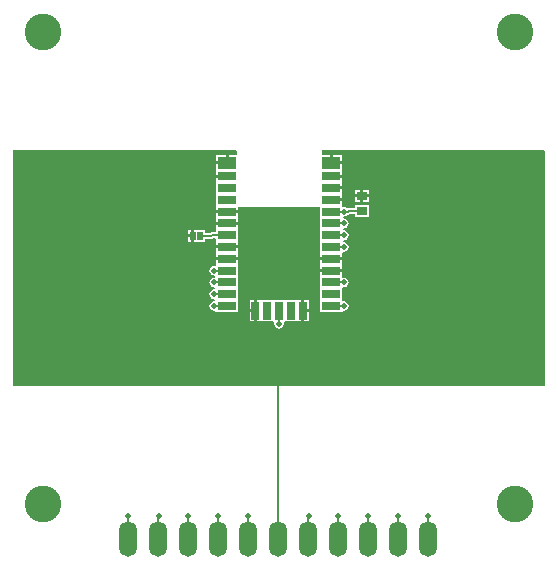
<source format=gtl>
G04 Layer_Physical_Order=1*
G04 Layer_Color=11767835*
%FSLAX25Y25*%
%MOIN*%
G70*
G01*
G75*
%ADD10R,0.01969X0.02953*%
%ADD11O,0.05906X0.11811*%
%ADD12R,0.03543X0.02756*%
%ADD13R,0.05906X0.02756*%
%ADD14R,0.05906X0.03937*%
%ADD15R,0.02756X0.05906*%
%ADD16C,0.00787*%
%ADD17C,0.12205*%
%ADD18C,0.01969*%
G36*
X187008Y137442D02*
Y59055D01*
X10196Y59055D01*
X9843Y59409D01*
Y137795D01*
X83898Y137795D01*
X84252Y137442D01*
Y136221D01*
X81602D01*
Y133661D01*
X81102D01*
Y133161D01*
X77559D01*
Y131102D01*
Y129634D01*
X81102D01*
Y128634D01*
X77559D01*
Y127665D01*
X77559Y127165D01*
X77559Y127165D01*
Y127165D01*
X77559D01*
X77559Y127165D01*
Y123728D01*
X77559Y123228D01*
X77559Y123228D01*
Y123228D01*
X77559D01*
X77559Y123228D01*
Y119791D01*
X77559Y119291D01*
X77559Y119291D01*
Y119291D01*
X77559D01*
X77559Y119291D01*
Y117823D01*
X81102D01*
X84646D01*
Y118898D01*
X112205D01*
Y115354D01*
Y111917D01*
X112205Y111417D01*
Y111417D01*
D01*
X112205Y110917D01*
Y107980D01*
X112205Y107480D01*
Y107480D01*
D01*
X112205Y106980D01*
Y104043D01*
X112205Y103543D01*
Y103543D01*
D01*
X112205Y103043D01*
Y102075D01*
X115748D01*
X119291D01*
Y103043D01*
X119291Y103543D01*
Y103543D01*
Y103588D01*
X119791Y103963D01*
X120079Y103906D01*
X120693Y104028D01*
X121214Y104376D01*
X121562Y104897D01*
X121684Y105512D01*
X121562Y106126D01*
X121214Y106647D01*
X120693Y106995D01*
X120079Y107117D01*
X119691Y107480D01*
X120079Y107843D01*
X120693Y107965D01*
X121214Y108313D01*
X121562Y108834D01*
X121684Y109449D01*
X121562Y110063D01*
X121214Y110584D01*
X120693Y110932D01*
X120079Y111055D01*
X119691Y111417D01*
X120079Y111780D01*
X120693Y111902D01*
X121214Y112250D01*
X121562Y112771D01*
X121684Y113386D01*
X121562Y114000D01*
X121214Y114521D01*
X120693Y114869D01*
X120079Y114991D01*
X119691Y115354D01*
X120079Y115717D01*
X120693Y115839D01*
X121214Y116188D01*
X121309Y116329D01*
X121644Y116396D01*
X121824Y116516D01*
X123622D01*
Y115551D01*
X128347D01*
Y119488D01*
X123622D01*
Y118523D01*
X121457D01*
X121195Y118471D01*
X120693Y118806D01*
X120079Y118929D01*
X119791Y118871D01*
X119659Y118971D01*
X119291Y119291D01*
Y119291D01*
D01*
D01*
X119291Y119291D01*
Y120760D01*
X115748D01*
Y121760D01*
X119291D01*
Y123228D01*
X119291D01*
X119291D01*
Y123228D01*
X119291D01*
X119291Y123228D01*
Y124697D01*
X115748D01*
Y125697D01*
X119291D01*
Y126665D01*
X119291Y127165D01*
X119291Y127165D01*
Y127165D01*
X119291D01*
X119291Y127165D01*
Y128634D01*
X115748D01*
Y129634D01*
X119291D01*
Y131102D01*
Y133161D01*
X115748D01*
Y133661D01*
X115248D01*
Y136221D01*
X112598D01*
Y137795D01*
X112598D01*
X112599Y137795D01*
D01*
X186654Y137795D01*
X187008Y137442D01*
D02*
G37*
%LPC*%
G36*
X119291Y97138D02*
X115748D01*
X112205D01*
Y95669D01*
Y92232D01*
X112205Y91732D01*
Y91732D01*
D01*
X112205Y91232D01*
Y87795D01*
Y83858D01*
X119291D01*
Y83903D01*
X119791Y84278D01*
X120079Y84221D01*
X120693Y84343D01*
X121214Y84691D01*
X121562Y85212D01*
X121684Y85827D01*
X121562Y86441D01*
X121214Y86962D01*
X120693Y87310D01*
X120079Y87432D01*
X119791Y87375D01*
X119291Y87750D01*
Y87795D01*
Y91232D01*
X119291Y91732D01*
Y91732D01*
Y91777D01*
X119791Y92152D01*
X120079Y92095D01*
X120693Y92217D01*
X121214Y92565D01*
X121562Y93086D01*
X121684Y93701D01*
X121562Y94315D01*
X121214Y94836D01*
X120693Y95184D01*
X120079Y95306D01*
X119791Y95249D01*
X119291Y95624D01*
Y95669D01*
Y97138D01*
D02*
G37*
G36*
Y101075D02*
X115748D01*
X112205D01*
Y100106D01*
X112205Y99606D01*
Y99606D01*
D01*
X112205Y99106D01*
Y98138D01*
X115748D01*
X119291D01*
Y99106D01*
X119291Y99606D01*
Y99606D01*
X119291Y100106D01*
Y101075D01*
D02*
G37*
G36*
X84646Y105012D02*
X81102D01*
X77559D01*
Y104043D01*
X77559Y103543D01*
Y103543D01*
D01*
X77559Y103043D01*
Y102075D01*
X81102D01*
X84646D01*
Y103043D01*
X84646Y103543D01*
Y103543D01*
X84646Y104043D01*
Y105012D01*
D02*
G37*
G36*
Y101075D02*
X81102D01*
X77559D01*
Y100106D01*
X77559Y99606D01*
Y99606D01*
D01*
Y99561D01*
X77059Y99186D01*
X76772Y99243D01*
X76157Y99121D01*
X75636Y98773D01*
X75288Y98252D01*
X75166Y97638D01*
X75288Y97023D01*
X75636Y96502D01*
X76157Y96154D01*
X76772Y96032D01*
X77160Y95669D01*
X76772Y95306D01*
X76157Y95184D01*
X75636Y94836D01*
X75288Y94315D01*
X75166Y93701D01*
X75288Y93086D01*
X75636Y92565D01*
X76157Y92217D01*
X76772Y92095D01*
X77160Y91732D01*
X76772Y91369D01*
X76157Y91247D01*
X75636Y90899D01*
X75288Y90378D01*
X75166Y89764D01*
X75288Y89149D01*
X75636Y88628D01*
X76157Y88280D01*
X76772Y88158D01*
X77160Y87795D01*
X76772Y87432D01*
X76157Y87310D01*
X75636Y86962D01*
X75288Y86441D01*
X75166Y85827D01*
X75288Y85212D01*
X75636Y84691D01*
X76157Y84343D01*
X76772Y84221D01*
X77059Y84278D01*
X77559Y83903D01*
Y83858D01*
X84646D01*
Y87795D01*
Y91232D01*
X84646Y91732D01*
Y91732D01*
X84646Y92232D01*
Y95669D01*
Y99106D01*
X84646Y99606D01*
Y99606D01*
X84646Y100106D01*
Y101075D01*
D02*
G37*
G36*
X108268Y83752D02*
X106799D01*
Y80709D01*
X108268D01*
Y83752D01*
D02*
G37*
G36*
X90051D02*
X88583D01*
Y80709D01*
X90051D01*
Y83752D01*
D02*
G37*
G36*
Y87795D02*
X88583D01*
Y84752D01*
X90051D01*
Y87795D01*
D02*
G37*
G36*
X96457Y87795D02*
X96457D01*
X95957Y87795D01*
X93020D01*
X92520Y87795D01*
X92520D01*
D01*
X92020Y87795D01*
X91051D01*
Y84252D01*
Y80709D01*
X92020D01*
X92520Y80709D01*
X92520D01*
X93020Y80709D01*
X95957D01*
X96457Y80709D01*
X96457D01*
D01*
X96502D01*
X96877Y80209D01*
X96820Y79921D01*
X96942Y79307D01*
X97290Y78786D01*
X97811Y78438D01*
X98425Y78316D01*
X99040Y78438D01*
X99561Y78786D01*
X99909Y79307D01*
X100031Y79921D01*
X99974Y80209D01*
X100349Y80709D01*
X100394D01*
X100394D01*
X100894Y80709D01*
X103831D01*
X104331Y80709D01*
X104331D01*
X104831Y80709D01*
X105799D01*
Y84252D01*
Y87795D01*
X104831D01*
X104331Y87795D01*
X104331D01*
D01*
X103831Y87795D01*
X100894D01*
X100394Y87795D01*
X100394D01*
D01*
X99894Y87795D01*
X96957D01*
X96457Y87795D01*
D02*
G37*
G36*
X106799Y87795D02*
Y84752D01*
X108268D01*
Y87795D01*
X106799D01*
D02*
G37*
G36*
X69087Y108752D02*
X68012D01*
Y107185D01*
X69087D01*
Y108752D01*
D02*
G37*
G36*
X128347Y124606D02*
X126484D01*
Y123138D01*
X128347D01*
Y124606D01*
D02*
G37*
G36*
X125484D02*
X123622D01*
Y123138D01*
X125484D01*
Y124606D01*
D02*
G37*
G36*
X80602Y136221D02*
X77559D01*
Y134161D01*
X80602D01*
Y136221D01*
D02*
G37*
G36*
X119291D02*
X116248D01*
Y134161D01*
X119291D01*
Y136221D01*
D02*
G37*
G36*
X128347Y122138D02*
X126484D01*
Y120669D01*
X128347D01*
Y122138D01*
D02*
G37*
G36*
X84646Y112886D02*
X81102D01*
X77559D01*
Y111917D01*
X77559Y111417D01*
Y111417D01*
D01*
X77559Y110952D01*
X77474Y110452D01*
X75984D01*
X75600Y110376D01*
X75420Y110256D01*
X73721D01*
Y111319D01*
X70087D01*
Y109252D01*
Y107185D01*
X73721D01*
Y108248D01*
X75787D01*
X76171Y108325D01*
X76352Y108445D01*
X77205D01*
X77529Y108122D01*
X77559Y107945D01*
X77559Y107480D01*
Y107480D01*
D01*
X77559Y106980D01*
Y106012D01*
X81102D01*
X84646D01*
Y106980D01*
X84646Y107480D01*
Y107480D01*
X84646Y107980D01*
Y110917D01*
X84646Y111417D01*
Y111417D01*
X84646Y111917D01*
Y112886D01*
D02*
G37*
G36*
X69087Y111319D02*
X68012D01*
Y109752D01*
X69087D01*
Y111319D01*
D02*
G37*
G36*
X125484Y122138D02*
X123622D01*
Y120669D01*
X125484D01*
Y122138D01*
D02*
G37*
G36*
X84646Y116823D02*
X81102D01*
X77559D01*
Y115354D01*
Y113886D01*
X81102D01*
X84646D01*
Y115354D01*
Y116823D01*
D02*
G37*
%LPD*%
D10*
X69587Y109252D02*
D03*
X72146D02*
D03*
D11*
X108189Y8268D02*
D03*
X148189D02*
D03*
X138189D02*
D03*
X128189D02*
D03*
X48189D02*
D03*
X118189D02*
D03*
X58189D02*
D03*
X68189D02*
D03*
X78189D02*
D03*
X98189Y8268D02*
D03*
X88189D02*
D03*
D12*
X125984Y117520D02*
D03*
Y122638D02*
D03*
D13*
X115748Y85827D02*
D03*
Y89764D02*
D03*
Y93701D02*
D03*
Y97638D02*
D03*
Y101575D02*
D03*
Y105512D02*
D03*
Y109449D02*
D03*
Y113386D02*
D03*
Y117323D02*
D03*
Y121260D02*
D03*
Y125197D02*
D03*
Y129134D02*
D03*
X81102D02*
D03*
Y125197D02*
D03*
Y121260D02*
D03*
Y117323D02*
D03*
Y113386D02*
D03*
Y109449D02*
D03*
Y105512D02*
D03*
Y101575D02*
D03*
Y97638D02*
D03*
Y93701D02*
D03*
Y89764D02*
D03*
Y85827D02*
D03*
D14*
X115748Y133661D02*
D03*
X81102D02*
D03*
D15*
X90551Y84252D02*
D03*
X94488D02*
D03*
X98425D02*
D03*
X102362D02*
D03*
X106299D02*
D03*
D16*
X88189Y8268D02*
Y15748D01*
X106299Y78740D02*
Y84252D01*
X98189Y70630D02*
X106299Y78740D01*
X98189Y8268D02*
Y70630D01*
X48189Y8268D02*
Y15591D01*
X48031Y15748D02*
X48189Y15591D01*
X58189Y8268D02*
Y15669D01*
X58268Y15748D01*
X68189Y8268D02*
Y15669D01*
X68110Y15748D02*
X68189Y15669D01*
X78189Y8268D02*
Y15512D01*
X77953Y15748D02*
X78189Y15512D01*
X108189Y8268D02*
Y15669D01*
X108268Y15748D01*
X118189Y8268D02*
Y15669D01*
X118110Y15748D02*
X118189Y15669D01*
X128189Y8268D02*
Y15512D01*
X127953Y15748D02*
X128189Y15512D01*
X138189Y8268D02*
Y15748D01*
X138189Y15748D01*
X148189Y8268D02*
Y15591D01*
X148031Y15748D02*
X148189Y15591D01*
X121457Y117520D02*
X125984D01*
X121260Y117323D02*
X121457Y117520D01*
X76772Y97638D02*
X81102D01*
X76772Y97638D02*
X76772Y97638D01*
X76772Y93701D02*
X81102D01*
X76772Y89764D02*
X81102D01*
X76772Y85827D02*
X81102D01*
X76772Y85827D02*
X76772Y85827D01*
X98425Y79921D02*
Y84252D01*
X115748Y113386D02*
X120079D01*
X115748Y109449D02*
X120079D01*
X115748Y105512D02*
X120079D01*
X115748Y93701D02*
X120079D01*
X115748Y85827D02*
X120079D01*
X120079Y85827D01*
X115748Y117323D02*
X120079D01*
X121260D01*
X75787Y109252D02*
X75984Y109449D01*
X81102D01*
X72146Y109252D02*
X75787D01*
D17*
X19685Y19685D02*
D03*
X177165D02*
D03*
Y177165D02*
D03*
X19685D02*
D03*
D18*
X88189Y15748D02*
D03*
X48031D02*
D03*
X58268D02*
D03*
X68110D02*
D03*
X77953D02*
D03*
X108268D02*
D03*
X118110D02*
D03*
X127953D02*
D03*
X138189D02*
D03*
X148031D02*
D03*
X76772Y97638D02*
D03*
Y93701D02*
D03*
Y89764D02*
D03*
Y85827D02*
D03*
X98425Y79921D02*
D03*
X120079Y113386D02*
D03*
Y109449D02*
D03*
Y105512D02*
D03*
Y93701D02*
D03*
Y85827D02*
D03*
Y117323D02*
D03*
M02*

</source>
